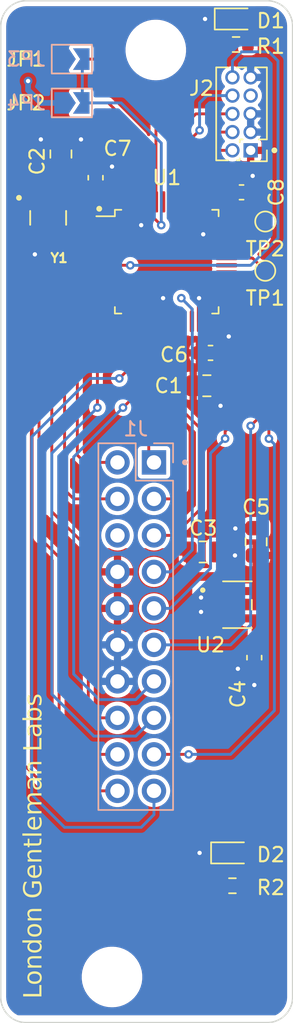
<source format=kicad_pcb>
(kicad_pcb (version 20220914) (generator pcbnew)
  (layers (0 "F.Cu" signal) (31 "B.Cu" signal) (34 "B.Paste" user) (35 "F.Paste" user) (36 "B.SilkS" user "B.Silkscreen") (37 "F.SilkS" user "F.Silkscreen") (38 "B.Mask" user) (39 "F.Mask" user) (44 "Edge.Cuts" user))
  (net 0 "")
  (net 1 "GND")
  (net 2 "+5V")
  (net 3 "/HOUR_DOWN")
  (net 4 "/HOUR_UP")
  (net 5 "/MIN_UP")
  (net 6 "/MIN_DOWN")
  (net 7 "/NCV_EN_1")
  (net 9 "/SPI1_CS_1")
  (net 10 "/SPI1_CS_2")
  (net 11 "/SPI1_CS_3")
  (net 12 "/SPI1_MOSI")
  (net 13 "/SPI1_SCK")
  (net 14 "/NCV_EN_2")
  (net 15 "/SPI1_CS_4")
  (net 16 "/NCV_EN_3")
  (net 17 "/SPI1_MISO")
  (net 18 "/NCV_EN_4")
  (net 19 "Net-(U1-PA9)")
  (net 20 "/NRST")
  (net 21 "/SYS_JTMS-SWDIO")
  (net 22 "/SYS_JTCK-SWCLK")
  (net 23 "/SYS_JTDI")
  (net 24 "/SYS_JTDO-SWO")
  (net 25 "/SYS_JTRST")
  (net 26 "/RCC_OSC32_IN")
  (net 27 "/HW_REV_1")
  (net 28 "/HW_REV_2")
  (net 29 "Net-(U1-PA10)")
  (net 39 "Net-(D1-A)")
  (net 41 "/BOOT0")
  (net 43 "+3V3")
  (net 44 "Net-(U2-BYPASS)")
  (net 45 "Net-(D2-A)")
  (net 46 "/LED_GREEN")
  (footprint "TestPoint:TestPoint_Pad_D1.0mm" (layer "F.Cu") (at 152.146 62.611)
    (fp_text reference "TP1" (at 0 1.905) (layer "F.SilkS"))
    (fp_text value "TestPoint" hide)
    (fp_circle (center 0 0) (end 0 0.7) (stroke (width 0.12)) (fill none) (layer "F.SilkS"))
    (pad "1" smd circle (at 0 0) (size 1 1) (layers "F.Cu" "F.Mask") (net 19 "Net-(U1-PA9)"))
  )
  (footprint "mio:ECS-327TXO-33-TR" (layer "F.Cu") (at 137.033 58.928 -90)
    (fp_text reference "Y1" (at 2.794 -0.762) (layer "F.SilkS") (effects (font (size 0.64 0.64))))
    (fp_text value "ECS-327TXO-33-TR" hide)
    (fp_line (start -0.48 -1.25) (end 0.48 -1.25) (stroke (width 0.127)) (layer "F.SilkS"))
    (fp_line (start 0.48 1.25) (end -0.48 1.25) (stroke (width 0.127)) (layer "F.SilkS"))
    (fp_circle (center -1.397 2.032) (end -1.297 2.032) (stroke (width 0.2)) (fill none) (layer "F.SilkS"))
    (pad "1" smd rect (at -1.3 0.925) (size 1.05 1) (layers "F.Cu" "F.Paste" "F.Mask") (net 43 "+3V3"))
    (pad "2" smd rect (at 1.3 0.925) (size 1.05 1) (layers "F.Cu" "F.Paste" "F.Mask") (net 1 "GND"))
    (pad "3" smd rect (at 1.3 -0.925) (size 1.05 1) (layers "F.Cu" "F.Paste" "F.Mask") (net 26 "/RCC_OSC32_IN"))
    (pad "4" smd rect (at -1.3 -0.925) (size 1.05 1) (layers "F.Cu" "F.Paste" "F.Mask") (net 43 "+3V3"))
  )
  (footprint "LED_SMD:LED_0603_1608Metric" (layer "F.Cu") (at 149.86 103.124)
    (fp_text reference "D2" (at 2.667 0.127) (layer "F.SilkS"))
    (fp_text value "LED" hide)
    (fp_line (start -1.485 -0.735) (end -1.485 0.735) (stroke (width 0.12)) (layer "F.SilkS"))
    (fp_line (start -1.485 0.735) (end 0.8 0.735) (stroke (width 0.12)) (layer "F.SilkS"))
    (fp_line (start 0.8 -0.735) (end -1.485 -0.735) (stroke (width 0.12)) (layer "F.SilkS"))
    (pad "1" smd roundrect (at -0.7875 0) (size 0.875 0.95) (layers "F.Cu" "F.Paste" "F.Mask") (net 1 "GND"))
    (pad "2" smd roundrect (at 0.7875 0) (size 0.875 0.95) (layers "F.Cu" "F.Paste" "F.Mask") (net 45 "Net-(D2-A)"))
  )
  (footprint "Capacitor_SMD:C_0805_2012Metric" (layer "F.Cu") (at 151.511 81.473 -90)
    (fp_text reference "C5" (at -2.413 0 -180) (layer "F.SilkS"))
    (fp_text value "10uF" hide)
    (fp_line (start -0.261252 -0.735) (end 0.261252 -0.735) (stroke (width 0.12)) (layer "F.SilkS"))
    (fp_line (start -0.261252 0.735) (end 0.261252 0.735) (stroke (width 0.12)) (layer "F.SilkS"))
    (pad "1" smd roundrect (at -0.95 0 270) (size 1 1.45) (layers "F.Cu" "F.Paste" "F.Mask") (net 1 "GND"))
    (pad "2" smd roundrect (at 0.95 0 270) (size 1 1.45) (layers "F.Cu" "F.Paste" "F.Mask") (net 43 "+3V3"))
  )
  (footprint "Capacitor_SMD:C_0805_2012Metric" (layer "F.Cu") (at 137.922 54.483 -90)
    (fp_text reference "C2" (at 0.508 1.651 -270) (layer "F.SilkS"))
    (fp_text value "1uF" hide)
    (fp_line (start -0.261252 -0.735) (end 0.261252 -0.735) (stroke (width 0.12)) (layer "F.SilkS"))
    (fp_line (start -0.261252 0.735) (end 0.261252 0.735) (stroke (width 0.12)) (layer "F.SilkS"))
    (pad "1" smd roundrect (at -0.95 0 270) (size 1 1.45) (layers "F.Cu" "F.Paste" "F.Mask") (net 1 "GND"))
    (pad "2" smd roundrect (at 0.95 0 270) (size 1 1.45) (layers "F.Cu" "F.Paste" "F.Mask") (net 43 "+3V3"))
  )
  (footprint "TestPoint:TestPoint_Pad_D1.0mm" (layer "F.Cu") (at 152.146 59.182)
    (fp_text reference "TP2" (at 0 1.905) (layer "F.SilkS"))
    (fp_text value "TestPoint" hide)
    (fp_circle (center 0 0) (end 0 0.7) (stroke (width 0.12)) (fill none) (layer "F.SilkS"))
    (pad "1" smd circle (at 0 0) (size 1 1) (layers "F.Cu" "F.Mask") (net 29 "Net-(U1-PA10)"))
  )
  (footprint "mio:SOT23-5L_STM" (layer "F.Cu") (at 150.2077 85.852 180)
    (fp_text reference "U2" (at 1.8717 -2.794 180) (layer "F.SilkS"))
    (fp_text value "LD2985BM33R" hide)
    (fp_line (start -1.0033 -0.337861) (end -1.0033 0.337861) (stroke (width 0.12)) (layer "F.SilkS"))
    (fp_line (start -1.0033 1.6256) (end 1.0033 1.6256) (stroke (width 0.12)) (layer "F.SilkS"))
    (fp_line (start 1.0033 -1.6256) (end -1.0033 -1.6256) (stroke (width 0.12)) (layer "F.SilkS"))
    (fp_circle (center 2.413 1.016) (end 2.54 1.016) (stroke (width 0.12)) (fill solid) (layer "F.SilkS"))
    (pad "1" smd rect (at 1.1938 0.950001) (size 1.3208 0.5588) (layers "F.Cu" "F.Paste" "F.Mask") (net 2 "+5V"))
    (pad "2" smd rect (at 1.1938 0) (size 1.3208 0.5588) (layers "F.Cu" "F.Paste" "F.Mask") (net 1 "GND"))
    (pad "3" smd rect (at 1.1938 -0.950001) (size 1.3208 0.5588) (layers "F.Cu" "F.Paste" "F.Mask") (net 2 "+5V"))
    (pad "4" smd rect (at -1.1938 -0.950001) (size 1.3208 0.5588) (layers "F.Cu" "F.Paste" "F.Mask") (net 44 "Net-(U2-BYPASS)"))
    (pad "5" smd rect (at -1.1938 0.950001) (size 1.3208 0.5588) (layers "F.Cu" "F.Paste" "F.Mask") (net 43 "+3V3"))
  )
  (footprint "Package_QFP:LQFP-48_7x7mm_P0.5mm" (layer "F.Cu") (at 145.288 61.976)
    (fp_text reference "U1" (at 0 -5.85) (layer "F.SilkS"))
    (fp_text value "STM32G431CBTx" hide)
    (fp_line (start -3.61 -3.61) (end -3.61 -3.16) (stroke (width 0.12)) (layer "F.SilkS"))
    (fp_line (start -3.61 -3.16) (end -4.9 -3.16) (stroke (width 0.12)) (layer "F.SilkS"))
    (fp_line (start -3.61 3.61) (end -3.61 3.16) (stroke (width 0.12)) (layer "F.SilkS"))
    (fp_line (start -3.16 -3.61) (end -3.61 -3.61) (stroke (width 0.12)) (layer "F.SilkS"))
    (fp_line (start -3.16 3.61) (end -3.61 3.61) (stroke (width 0.12)) (layer "F.SilkS"))
    (fp_line (start 3.16 -3.61) (end 3.61 -3.61) (stroke (width 0.12)) (layer "F.SilkS"))
    (fp_line (start 3.16 3.61) (end 3.61 3.61) (stroke (width 0.12)) (layer "F.SilkS"))
    (fp_line (start 3.61 -3.61) (end 3.61 -3.16) (stroke (width 0.12)) (layer "F.SilkS"))
    (fp_line (start 3.61 3.61) (end 3.61 3.16) (stroke (width 0.12)) (layer "F.SilkS"))
    (pad "1" smd roundrect (at -4.1625 -2.75) (size 1.475 0.3) (layers "F.Cu" "F.Paste" "F.Mask") (net 43 "+3V3"))
    (pad "2" smd roundrect (at -4.1625 -2.25) (size 1.475 0.3) (layers "F.Cu" "F.Paste" "F.Mask"))
    (pad "3" smd roundrect (at -4.1625 -1.75) (size 1.475 0.3) (layers "F.Cu" "F.Paste" "F.Mask") (net 26 "/RCC_OSC32_IN"))
    (pad "4" smd roundrect (at -4.1625 -1.25) (size 1.475 0.3) (layers "F.Cu" "F.Paste" "F.Mask"))
    (pad "5" smd roundrect (at -4.1625 -0.75) (size 1.475 0.3) (layers "F.Cu" "F.Paste" "F.Mask"))
    (pad "6" smd roundrect (at -4.1625 -0.25) (size 1.475 0.3) (layers "F.Cu" "F.Paste" "F.Mask"))
    (pad "7" smd roundrect (at -4.1625 0.25) (size 1.475 0.3) (layers "F.Cu" "F.Paste" "F.Mask") (net 20 "/NRST"))
    (pad "8" smd roundrect (at -4.1625 0.75) (size 1.475 0.3) (layers "F.Cu" "F.Paste" "F.Mask") (net 18 "/NCV_EN_4"))
    (pad "9" smd roundrect (at -4.1625 1.25) (size 1.475 0.3) (layers "F.Cu" "F.Paste" "F.Mask") (net 16 "/NCV_EN_3"))
    (pad "10" smd roundrect (at -4.1625 1.75) (size 1.475 0.3) (layers "F.Cu" "F.Paste" "F.Mask") (net 14 "/NCV_EN_2"))
    (pad "11" smd roundrect (at -4.1625 2.25) (size 1.475 0.3) (layers "F.Cu" "F.Paste" "F.Mask") (net 5 "/MIN_UP"))
    (pad "12" smd roundrect (at -4.1625 2.75) (size 1.475 0.3) (layers "F.Cu" "F.Paste" "F.Mask") (net 3 "/HOUR_DOWN"))
    (pad "13" smd roundrect (at -2.75 4.1625) (size 0.3 1.475) (layers "F.Cu" "F.Paste" "F.Mask") (net 13 "/SPI1_SCK"))
    (pad "14" smd roundrect (at -2.25 4.1625) (size 0.3 1.475) (layers "F.Cu" "F.Paste" "F.Mask") (net 17 "/SPI1_MISO"))
    (pad "15" smd roundrect (at -1.75 4.1625) (size 0.3 1.475) (layers "F.Cu" "F.Paste" "F.Mask") (net 12 "/SPI1_MOSI"))
    (pad "16" smd roundrect (at -1.25 4.1625) (size 0.3 1.475) (layers "F.Cu" "F.Paste" "F.Mask") (net 4 "/HOUR_UP"))
    (pad "17" smd roundrect (at -0.75 4.1625) (size 0.3 1.475) (layers "F.Cu" "F.Paste" "F.Mask") (net 6 "/MIN_DOWN"))
    (pad "18" smd roundrect (at -0.25 4.1625) (size 0.3 1.475) (layers "F.Cu" "F.Paste" "F.Mask") (net 7 "/NCV_EN_1"))
    (pad "19" smd roundrect (at 0.25 4.1625) (size 0.3 1.475) (layers "F.Cu" "F.Paste" "F.Mask") (net 1 "GND"))
    (pad "20" smd roundrect (at 0.75 4.1625) (size 0.3 1.475) (layers "F.Cu" "F.Paste" "F.Mask") (net 43 "+3V3"))
    (pad "21" smd roundrect (at 1.25 4.1625) (size 0.3 1.475) (layers "F.Cu" "F.Paste" "F.Mask") (net 43 "+3V3"))
    (pad "22" smd roundrect (at 1.75 4.1625) (size 0.3 1.475) (layers "F.Cu" "F.Paste" "F.Mask") (net 9 "/SPI1_CS_1"))
    (pad "23" smd roundrect (at 2.25 4.1625) (size 0.3 1.475) (layers "F.Cu" "F.Paste" "F.Mask") (net 1 "GND"))
    (pad "24" smd roundrect (at 2.75 4.1625) (size 0.3 1.475) (layers "F.Cu" "F.Paste" "F.Mask") (net 43 "+3V3"))
    (pad "25" smd roundrect (at 4.1625 2.75) (size 1.475 0.3) (layers "F.Cu" "F.Paste" "F.Mask") (net 10 "/SPI1_CS_2"))
    (pad "26" smd roundrect (at 4.1625 2.25) (size 1.475 0.3) (layers "F.Cu" "F.Paste" "F.Mask") (net 11 "/SPI1_CS_3"))
    (pad "27" smd roundrect (at 4.1625 1.75) (size 1.475 0.3) (layers "F.Cu" "F.Paste" "F.Mask") (net 15 "/SPI1_CS_4"))
    (pad "28" smd roundrect (at 4.1625 1.25) (size 1.475 0.3) (layers "F.Cu" "F.Paste" "F.Mask"))
    (pad "29" smd roundrect (at 4.1625 0.75) (size 1.475 0.3) (layers "F.Cu" "F.Paste" "F.Mask"))
    (pad "30" smd roundrect (at 4.1625 0.25) (size 1.475 0.3) (layers "F.Cu" "F.Paste" "F.Mask"))
    (pad "31" smd roundrect (at 4.1625 -0.25) (size 1.475 0.3) (layers "F.Cu" "F.Paste" "F.Mask") (net 19 "Net-(U1-PA9)"))
    (pad "32" smd roundrect (at 4.1625 -0.75) (size 1.475 0.3) (layers "F.Cu" "F.Paste" "F.Mask") (net 29 "Net-(U1-PA10)"))
    (pad "33" smd roundrect (at 4.1625 -1.25) (size 1.475 0.3) (layers "F.Cu" "F.Paste" "F.Mask"))
    (pad "34" smd roundrect (at 4.1625 -1.75) (size 1.475 0.3) (layers "F.Cu" "F.Paste" "F.Mask"))
    (pad "35" smd roundrect (at 4.1625 -2.25) (size 1.475 0.3) (layers "F.Cu" "F.Paste" "F.Mask") (net 1 "GND"))
    (pad "36" smd roundrect (at 4.1625 -2.75) (size 1.475 0.3) (layers "F.Cu" "F.Paste" "F.Mask") (net 43 "+3V3"))
    (pad "37" smd roundrect (at 2.75 -4.1625) (size 0.3 1.475) (layers "F.Cu" "F.Paste" "F.Mask") (net 21 "/SYS_JTMS-SWDIO"))
    (pad "38" smd roundrect (at 2.25 -4.1625) (size 0.3 1.475) (layers "F.Cu" "F.Paste" "F.Mask") (net 22 "/SYS_JTCK-SWCLK"))
    (pad "39" smd roundrect (at 1.75 -4.1625) (size 0.3 1.475) (layers "F.Cu" "F.Paste" "F.Mask") (net 23 "/SYS_JTDI"))
    (pad "40" smd roundrect (at 1.25 -4.1625) (size 0.3 1.475) (layers "F.Cu" "F.Paste" "F.Mask") (net 24 "/SYS_JTDO-SWO"))
    (pad "41" smd roundrect (at 0.75 -4.1625) (size 0.3 1.475) (layers "F.Cu" "F.Paste" "F.Mask") (net 25 "/SYS_JTRST"))
    (pad "42" smd roundrect (at 0.25 -4.1625) (size 0.3 1.475) (layers "F.Cu" "F.Paste" "F.Mask") (net 46 "/LED_GREEN"))
    (pad "43" smd roundrect (at -0.25 -4.1625) (size 0.3 1.475) (layers "F.Cu" "F.Paste" "F.Mask"))
    (pad "44" smd roundrect (at -0.75 -4.1625) (size 0.3 1.475) (layers "F.Cu" "F.Paste" "F.Mask") (net 27 "/HW_REV_1"))
    (pad "45" smd roundrect (at -1.25 -4.1625) (size 0.3 1.475) (layers "F.Cu" "F.Paste" "F.Mask") (net 41 "/BOOT0"))
    (pad "46" smd roundrect (at -1.75 -4.1625) (size 0.3 1.475) (layers "F.Cu" "F.Paste" "F.Mask") (net 28 "/HW_REV_2"))
    (pad "47" smd roundrect (at -2.25 -4.1625) (size 0.3 1.475) (layers "F.Cu" "F.Paste" "F.Mask") (net 1 "GND"))
    (pad "48" smd roundrect (at -2.75 -4.1625) (size 0.3 1.475) (layers "F.Cu" "F.Paste" "F.Mask") (net 43 "+3V3"))
  )
  (footprint "LED_SMD:LED_0603_1608Metric" (layer "F.Cu") (at 150.114 45.085)
    (fp_text reference "D1" (at 2.413 0.127) (layer "F.SilkS"))
    (fp_text value "LED" hide)
    (fp_line (start -1.485 -0.735) (end -1.485 0.735) (stroke (width 0.12)) (layer "F.SilkS"))
    (fp_line (start -1.485 0.735) (end 0.8 0.735) (stroke (width 0.12)) (layer "F.SilkS"))
    (fp_line (start 0.8 -0.735) (end -1.485 -0.735) (stroke (width 0.12)) (layer "F.SilkS"))
    (pad "1" smd roundrect (at -0.7875 0) (size 0.875 0.95) (layers "F.Cu" "F.Paste" "F.Mask") (net 1 "GND"))
    (pad "2" smd roundrect (at 0.7875 0) (size 0.875 0.95) (layers "F.Cu" "F.Paste" "F.Mask") (net 39 "Net-(D1-A)"))
  )
  (footprint "Capacitor_SMD:C_0603_1608Metric" (layer "F.Cu") (at 150.495 57.15)
    (fp_text reference "C8" (at 2.413 0 90) (layer "F.SilkS"))
    (fp_text value "100nF" hide)
    (fp_line (start -0.14058 -0.51) (end 0.14058 -0.51) (stroke (width 0.12)) (layer "F.SilkS"))
    (fp_line (start -0.14058 0.51) (end 0.14058 0.51) (stroke (width 0.12)) (layer "F.SilkS"))
    (pad "1" smd roundrect (at -0.775 0) (size 0.9 0.95) (layers "F.Cu" "F.Paste" "F.Mask") (net 43 "+3V3"))
    (pad "2" smd roundrect (at 0.775 0) (size 0.9 0.95) (layers "F.Cu" "F.Paste" "F.Mask") (net 1 "GND"))
  )
  (footprint "mio:MountingHole_3.2mm_M3" (layer "F.Cu") (at 141.478 111.76)
    (fp_text reference "H2" hide)
    (fp_text value "MountingHole" hide)
    (pad "" np_thru_hole circle (at 0 0) (size 3.2 3.2) (drill 3.2) (layers *.Cu *.Mask))
  )
  (footprint "Resistor_SMD:R_0603_1608Metric" (layer "F.Cu") (at 150.114 46.863)
    (fp_text reference "R1" (at 2.413 0.127) (layer "F.SilkS"))
    (fp_text value "200" hide)
    (fp_line (start -0.237258 -0.5225) (end 0.237258 -0.5225) (stroke (width 0.12)) (layer "F.SilkS"))
    (fp_line (start -0.237258 0.5225) (end 0.237258 0.5225) (stroke (width 0.12)) (layer "F.SilkS"))
    (pad "1" smd roundrect (at -0.825 0) (size 0.8 0.95) (layers "F.Cu" "F.Paste" "F.Mask") (net 46 "/LED_GREEN"))
    (pad "2" smd roundrect (at 0.825 0) (size 0.8 0.95) (layers "F.Cu" "F.Paste" "F.Mask") (net 39 "Net-(D1-A)"))
  )
  (footprint "Jumper:SolderJumper-2_P1.3mm_Open_TrianglePad1.0x1.5mm" (layer "F.Cu") (at 138.684 47.879)
    (fp_text reference "JP1" (at -3.2004 0) (layer "F.SilkS"))
    (fp_text value "SolderJumper_2_Open" hide)
    (fp_line (start -1.4 -1) (end 1.4 -1) (stroke (width 0.12)) (layer "F.SilkS"))
    (fp_line (start -1.4 1) (end -1.4 -1) (stroke (width 0.12)) (layer "F.SilkS"))
    (fp_line (start 1.4 -1) (end 1.4 1) (stroke (width 0.12)) (layer "F.SilkS"))
    (fp_line (start 1.4 1) (end -1.4 1) (stroke (width 0.12)) (layer "F.SilkS"))
    (pad "1" smd custom (at -0.725 0) (size 0.3 0.3) (layers "F.Cu" "F.Mask") (net 43 "+3V3") (options (clearance outline) (anchor rect)) (primitives (gr_poly (pts (xy 1 0) (xy 0.5 0.75) (xy -0.5 0.75) (xy -0.5 -0.75) (xy 0.5 -0.75)) (width 0) (fill yes))))
    (pad "2" smd custom (at 0.725 0) (size 0.3 0.3) (layers "F.Cu" "F.Mask") (net 27 "/HW_REV_1") (options (clearance outline) (anchor rect)) (primitives (gr_poly (pts (xy 0.5 0.75) (xy -0.65 0.75) (xy -0.15 0) (xy -0.65 -0.75) (xy 0.5 -0.75)) (width 0) (fill yes))))
  )
  (footprint "Jumper:SolderJumper-2_P1.3mm_Open_TrianglePad1.0x1.5mm" (layer "F.Cu") (at 138.684 50.927)
    (fp_text reference "JP2" (at -3.2004 0) (layer "F.SilkS"))
    (fp_text value "SolderJumper_2_Open" hide)
    (fp_line (start -1.4 -1) (end 1.4 -1) (stroke (width 0.12)) (layer "F.SilkS"))
    (fp_line (start -1.4 1) (end -1.4 -1) (stroke (width 0.12)) (layer "F.SilkS"))
    (fp_line (start 1.4 -1) (end 1.4 1) (stroke (width 0.12)) (layer "F.SilkS"))
    (fp_line (start 1.4 1) (end -1.4 1) (stroke (width 0.12)) (layer "F.SilkS"))
    (pad "1" smd custom (at -0.725 0) (size 0.3 0.3) (layers "F.Cu" "F.Mask") (net 43 "+3V3") (options (clearance outline) (anchor rect)) (primitives (gr_poly (pts (xy 1 0) (xy 0.5 0.75) (xy -0.5 0.75) (xy -0.5 -0.75) (xy 0.5 -0.75)) (width 0) (fill yes))))
    (pad "2" smd custom (at 0.725 0) (size 0.3 0.3) (layers "F.Cu" "F.Mask") (net 28 "/HW_REV_2") (options (clearance outline) (anchor rect)) (primitives (gr_poly (pts (xy 0.5 0.75) (xy -0.65 0.75) (xy -0.15 0) (xy -0.65 -0.75) (xy 0.5 -0.75)) (width 0) (fill yes))))
  )
  (footprint "Capacitor_SMD:C_0603_1608Metric" (layer "F.Cu") (at 148.336 68.326)
    (fp_text reference "C6" (at -2.54 0.127 180) (layer "F.SilkS"))
    (fp_text value "100nF" hide)
    (fp_line (start -0.14058 -0.51) (end 0.14058 -0.51) (stroke (width 0.12)) (layer "F.SilkS"))
    (fp_line (start -0.14058 0.51) (end 0.14058 0.51) (stroke (width 0.12)) (layer "F.SilkS"))
    (pad "1" smd roundrect (at -0.775 0) (size 0.9 0.95) (layers "F.Cu" "F.Paste" "F.Mask") (net 43 "+3V3"))
    (pad "2" smd roundrect (at 0.775 0) (size 0.9 0.95) (layers "F.Cu" "F.Paste" "F.Mask") (net 1 "GND"))
  )
  (footprint "Capacitor_SMD:C_0805_2012Metric" (layer "F.Cu") (at 148.082 70.612)
    (fp_text reference "C1" (at -2.667 0) (layer "F.SilkS"))
    (fp_text value "10uF" hide)
    (fp_line (start -0.261252 -0.735) (end 0.261252 -0.735) (stroke (width 0.12)) (layer "F.SilkS"))
    (fp_line (start -0.261252 0.735) (end 0.261252 0.735) (stroke (width 0.12)) (layer "F.SilkS"))
    (pad "1" smd roundrect (at -0.95 0) (size 1 1.45) (layers "F.Cu" "F.Paste" "F.Mask") (net 43 "+3V3"))
    (pad "2" smd roundrect (at 0.95 0) (size 1 1.45) (layers "F.Cu" "F.Paste" "F.Mask") (net 1 "GND"))
  )
  (footprint "Resistor_SMD:R_0603_1608Metric" (layer "F.Cu") (at 149.86 105.41)
    (fp_text reference "R2" (at 2.667 0.127) (layer "F.SilkS"))
    (fp_text value "200" hide)
    (fp_line (start -0.237258 -0.5225) (end 0.237258 -0.5225) (stroke (width 0.12)) (layer "F.SilkS"))
    (fp_line (start -0.237258 0.5225) (end 0.237258 0.5225) (stroke (width 0.12)) (layer "F.SilkS"))
    (pad "1" smd roundrect (at -0.825 0) (size 0.8 0.95) (layers "F.Cu" "F.Paste" "F.Mask") (net 43 "+3V3"))
    (pad "2" smd roundrect (at 0.825 0) (size 0.8 0.95) (layers "F.Cu" "F.Paste" "F.Mask") (net 45 "Net-(D2-A)"))
  )
  (footprint "Capacitor_SMD:C_0603_1608Metric" (layer "F.Cu") (at 151.384 89.535 -90)
    (fp_text reference "C4" (at 2.54 1.143 90) (layer "F.SilkS"))
    (fp_text value "100nF" hide)
    (fp_line (start -0.14058 -0.51) (end 0.14058 -0.51) (stroke (width 0.12)) (layer "F.SilkS"))
    (fp_line (start -0.14058 0.51) (end 0.14058 0.51) (stroke (width 0.12)) (layer "F.SilkS"))
    (pad "1" smd roundrect (at -0.775 0 270) (size 0.9 0.95) (layers "F.Cu" "F.Paste" "F.Mask") (net 44 "Net-(U2-BYPASS)"))
    (pad "2" smd roundrect (at 0.775 0 270) (size 0.9 0.95) (layers "F.Cu" "F.Paste" "F.Mask") (net 1 "GND"))
  )
  (footprint "Connector_PinHeader_1.27mm:PinHeader_2x05_P1.27mm_Vertical" (layer "F.Cu") (at 151.13 54.229 180)
    (fp_text reference "J2" (at 3.429 4.318) (layer "F.SilkS"))
    (fp_text value "Conn_02x05_Odd_Even" hide)
    (fp_line (start -1.13 -0.76) (end 0 -0.76) (stroke (width 0.12)) (layer "F.SilkS"))
    (fp_line (start -1.13 0) (end -1.13 -0.76) (stroke (width 0.12)) (layer "F.SilkS"))
    (fp_line (start -1.13 0.76) (end -1.13 5.775) (stroke (width 0.12)) (layer "F.SilkS"))
    (fp_line (start -1.13 0.76) (end -0.563471 0.76) (stroke (width 0.12)) (layer "F.SilkS"))
    (fp_line (start -1.13 5.775) (end -0.30753 5.775) (stroke (width 0.12)) (layer "F.SilkS"))
    (fp_line (start 0.30753 5.775) (end 0.96247 5.775) (stroke (width 0.12)) (layer "F.SilkS"))
    (fp_line (start 0.563471 0.76) (end 0.706529 0.76) (stroke (width 0.12)) (layer "F.SilkS"))
    (fp_line (start 0.76 -0.695) (end 0.96247 -0.695) (stroke (width 0.12)) (layer "F.SilkS"))
    (fp_line (start 0.76 -0.563471) (end 0.76 -0.695) (stroke (width 0.12)) (layer "F.SilkS"))
    (fp_line (start 0.76 0.706529) (end 0.76 0.563471) (stroke (width 0.12)) (layer "F.SilkS"))
    (fp_line (start 1.57753 -0.695) (end 2.4 -0.695) (stroke (width 0.12)) (layer "F.SilkS"))
    (fp_line (start 1.57753 5.775) (end 2.4 5.775) (stroke (width 0.12)) (layer "F.SilkS"))
    (fp_line (start 2.4 -0.695) (end 2.4 5.775) (stroke (width 0.12)) (layer "F.SilkS"))
    (pad "1" thru_hole rect (at 0 0 180) (size 1 1) (drill 0.65) (layers *.Cu *.Mask) (net 43 "+3V3"))
    (pad "2" thru_hole oval (at 1.27 0 180) (size 1 1) (drill 0.65) (layers *.Cu *.Mask) (net 21 "/SYS_JTMS-SWDIO"))
    (pad "3" thru_hole oval (at 0 1.27 180) (size 1 1) (drill 0.65) (layers *.Cu *.Mask) (net 1 "GND"))
    (pad "4" thru_hole oval (at 1.27 1.27 180) (size 1 1) (drill 0.65) (layers *.Cu *.Mask) (net 22 "/SYS_JTCK-SWCLK"))
    (pad "5" thru_hole oval (at 0 2.54 180) (size 1 1) (drill 0.65) (layers *.Cu *.Mask) (net 1 "GND"))
    (pad "6" thru_hole oval (at 1.27 2.54 180) (size 1 1) (drill 0.65) (layers *.Cu *.Mask) (net 24 "/SYS_JTDO-SWO"))
    (pad "7" thru_hole oval (at 0 3.81 180) (size 1 1) (drill 0.65) (layers *.Cu *.Mask))
    (pad "8" thru_hole oval (at 1.27 3.81 180) (size 1 1) (drill 0.65) (layers *.Cu *.Mask) (net 23 "/SYS_JTDI"))
    (pad "9" thru_hole oval (at 0 5.08 180) (size 1 1) (drill 0.65) (layers *.Cu *.Mask) (net 1 "GND"))
    (pad "10" thru_hole oval (at 1.27 5.08 180) (size 1 1) (drill 0.65) (layers *.Cu *.Mask) (net 20 "/NRST"))
  )
  (footprint "mio:MountingHole_3.2mm_M3" (layer "F.Cu") (at 144.526 47.244)
    (fp_text reference "H1" hide)
    (fp_text value "MountingHole" hide)
    (pad "" np_thru_hole circle (at 0 0) (size 3.2 3.2) (drill 3.2) (layers *.Cu *.Mask))
  )
  (footprint "Capacitor_SMD:C_0805_2012Metric" (layer "F.Cu") (at 147.828 82.1792)
    (fp_text reference "C3" (at 0 -1.651) (layer "F.SilkS"))
    (fp_text value "1uF" hide)
    (fp_line (start -0.261252 -0.735) (end 0.261252 -0.735) (stroke (width 0.12)) (layer "F.SilkS"))
    (fp_line (start -0.261252 0.735) (end 0.261252 0.735) (stroke (width 0.12)) (layer "F.SilkS"))
    (pad "1" smd roundrect (at -0.95 0) (size 1 1.45) (layers "F.Cu" "F.Paste" "F.Mask") (net 2 "+5V"))
    (pad "2" smd roundrect (at 0.95 0) (size 1 1.45) (layers "F.Cu" "F.Paste" "F.Mask") (net 1 "GND"))
  )
  (footprint "Capacitor_SMD:C_0603_1608Metric" (layer "F.Cu") (at 140.335 56.134 -90)
    (fp_text reference "C7" (at -2.032 -1.524 -180) (layer "F.SilkS"))
    (fp_text value "100nF" hide)
    (fp_line (start -0.14058 -0.51) (end 0.14058 -0.51) (stroke (width 0.12)) (layer "F.SilkS"))
    (fp_line (start -0.14058 0.51) (end 0.14058 0.51) (stroke (width 0.12)) (layer "F.SilkS"))
    (pad "1" smd roundrect (at -0.775 0 270) (size 0.9 0.95) (layers "F.Cu" "F.Paste" "F.Mask") (net 1 "GND"))
    (pad "2" smd roundrect (at 0.775 0 270) (size 0.9 0.95) (layers "F.Cu" "F.Paste" "F.Mask") (net 43 "+3V3"))
  )
  (footprint "Connector_PinHeader_2.54mm:PinHeader_2x10_P2.54mm_Vertical" (layer "B.Cu") (at 144.399 75.946 180)
    (fp_text reference "J1" (at 1.27 2.33) (layer "B.SilkS") (effects (justify mirror)))
    (fp_text value "Conn_02x08_Odd_Even" hide)
    (fp_line (start -1.33 -24.19) (end 3.87 -24.19) (stroke (width 0.12)) (layer "B.SilkS"))
    (fp_line (start -1.33 -1.27) (end -1.33 -24.19) (stroke (width 0.12)) (layer "B.SilkS"))
    (fp_line (start -1.33 -1.27) (end 1.27 -1.27) (stroke (width 0.12)) (layer "B.SilkS"))
    (fp_line (start -1.33 0) (end -1.33 1.33) (stroke (width 0.12)) (layer "B.SilkS"))
    (fp_line (start -1.33 1.33) (end 0 1.33) (stroke (width 0.12)) (layer "B.SilkS"))
    (fp_line (start 1.27 -1.27) (end 1.27 1.33) (stroke (width 0.12)) (layer "B.SilkS"))
    (fp_line (start 1.27 1.33) (end 3.87 1.33) (stroke (width 0.12)) (layer "B.SilkS"))
    (fp_line (start 3.87 1.33) (end 3.87 -24.19) (stroke (width 0.12)) (layer "B.SilkS"))
    (pad "1" thru_hole rect (at 0 0 180) (size 1.7 1.7) (drill 1) (layers *.Cu *.Mask) (net 4 "/HOUR_UP"))
    (pad "2" thru_hole oval (at 2.54 0 180) (size 1.7 1.7) (drill 1) (layers *.Cu *.Mask) (net 3 "/HOUR_DOWN"))
    (pad "3" thru_hole oval (at 0 -2.54 180) (size 1.7 1.7) (drill 1) (layers *.Cu *.Mask) (net 6 "/MIN_DOWN"))
    (pad "4" thru_hole oval (at 2.54 -2.54 180) (size 1.7 1.7) (drill 1) (layers *.Cu *.Mask) (net 5 "/MIN_UP"))
    (pad "5" thru_hole oval (at 0 -5.08 180) (size 1.7 1.7) (drill 1) (layers *.Cu *.Mask) (net 7 "/NCV_EN_1"))
    (pad "6" thru_hole oval (at 2.54 -5.08 180) (size 1.7 1.7) (drill 1) (layers *.Cu *.Mask))
    (pad "7" thru_hole oval (at 0 -7.62 180) (size 1.7 1.7) (drill 1) (layers *.Cu *.Mask) (net 9 "/SPI1_CS_1"))
    (pad "8" thru_hole oval (at 2.54 -7.62 180) (size 1.7 1.7) (drill 1) (layers *.Cu *.Mask) (net 2 "+5V"))
    (pad "9" thru_hole oval (at 0 -10.16 180) (size 1.7 1.7) (drill 1) (layers *.Cu *.Mask) (net 10 "/SPI1_CS_2"))
    (pad "10" thru_hole oval (at 2.54 -10.16 180) (size 1.7 1.7) (drill 1) (layers *.Cu *.Mask) (net 2 "+5V"))
    (pad "11" thru_hole oval (at 0 -12.7 180) (size 1.7 1.7) (drill 1) (layers *.Cu *.Mask) (net 11 "/SPI1_CS_3"))
    (pad "12" thru_hole oval (at 2.54 -12.7 180) (size 1.7 1.7) (drill 1) (layers *.Cu *.Mask) (net 1 "GND"))
    (pad "13" thru_hole oval (at 0 -15.24 180) (size 1.7 1.7) (drill 1) (layers *.Cu *.Mask) (net 12 "/SPI1_MOSI"))
    (pad "14" thru_hole oval (at 2.54 -15.24 180) (size 1.7 1.7) (drill 1) (layers *.Cu *.Mask) (net 1 "GND"))
    (pad "15" thru_hole oval (at 0 -17.78 180) (size 1.7 1.7) (drill 1) (layers *.Cu *.Mask) (net 13 "/SPI1_SCK"))
    (pad "16" thru_hole oval (at 2.54 -17.78 180) (size 1.7 1.7) (drill 1) (layers *.Cu *.Mask) (net 14 "/NCV_EN_2"))
    (pad "17" thru_hole oval (at 0 -20.32 180) (size 1.7 1.7) (drill 1) (layers *.Cu *.Mask) (net 15 "/SPI1_CS_4"))
    (pad "18" thru_hole oval (at 2.54 -20.32 180) (size 1.7 1.7) (drill 1) (layers *.Cu *.Mask) (net 16 "/NCV_EN_3"))
    (pad "19" thru_hole oval (at 0 -22.86 180) (size 1.7 1.7) (drill 1) (layers *.Cu *.Mask) (net 17 "/SPI1_MISO"))
    (pad "20" thru_hole oval (at 2.54 -22.86 180) (size 1.7 1.7) (drill 1) (layers *.Cu *.Mask) (net 18 "/NCV_EN_4"))
  )
  (footprint "Jumper:SolderJumper-2_P1.3mm_Open_TrianglePad1.0x1.5mm" (layer "B.Cu") (at 138.684 50.927)
    (fp_text reference "JP4" (at -3.175 0) (layer "B.SilkS") (effects (justify mirror)))
    (fp_text value "SolderJumper_2_Open" hide)
    (fp_line (start -1.4 -1) (end -1.4 1) (stroke (width 0.12)) (layer "B.SilkS"))
    (fp_line (start -1.4 1) (end 1.4 1) (stroke (width 0.12)) (layer "B.SilkS"))
    (fp_line (start 1.4 -1) (end -1.4 -1) (stroke (width 0.12)) (layer "B.SilkS"))
    (fp_line (start 1.4 1) (end 1.4 -1) (stroke (width 0.12)) (layer "B.SilkS"))
    (pad "1" smd custom (at -0.725 0) (size 0.3 0.3) (layers "B.Cu" "B.Mask") (net 43 "+3V3") (options (clearance outline) (anchor rect)) (primitives (gr_poly (pts (xy 1 0) (xy 0.5 -0.75) (xy -0.5 -0.75) (xy -0.5 0.75) (xy 0.5 0.75)) (width 0) (fill yes))))
    (pad "2" smd custom (at 0.725 0) (size 0.3 0.3) (layers "B.Cu" "B.Mask") (net 41 "/BOOT0") (options (clearance outline) (anchor rect)) (primitives (gr_poly (pts (xy 0.5 -0.75) (xy -0.65 -0.75) (xy -0.15 0) (xy -0.65 0.75) (xy 0.5 0.75)) (width 0) (fill yes))))
  )
  (footprint "Jumper:SolderJumper-2_P1.3mm_Open_TrianglePad1.0x1.5mm" (layer "B.Cu") (at 138.684 47.879)
    (fp_text reference "JP3" (at -3.175 0) (layer "B.SilkS") (effects (justify mirror)))
    (fp_text value "SolderJumper_2_Open" hide)
    (fp_line (start -1.4 -1) (end -1.4 1) (stroke (width 0.12)) (layer "B.SilkS"))
    (fp_line (start -1.4 1) (end 1.4 1) (stroke (width 0.12)) (layer "B.SilkS"))
    (fp_line (start 1.4 -1) (end -1.4 -1) (stroke (width 0.12)) (layer "B.SilkS"))
    (fp_line (start 1.4 1) (end 1.4 -1) (stroke (width 0.12)) (layer "B.SilkS"))
    (pad "1" smd custom (at -0.725 0) (size 0.3 0.3) (layers "B.Cu" "B.Mask") (net 1 "GND") (options (clearance outline) (anchor rect)) (primitives (gr_poly (pts (xy 1 0) (xy 0.5 -0.75) (xy -0.5 -0.75) (xy -0.5 0.75) (xy 0.5 0.75)) (width 0) (fill yes))))
    (pad "2" smd custom (at 0.725 0) (size 0.3 0.3) (layers "B.Cu" "B.Mask") (net 41 "/BOOT0") (options (clearance outline) (anchor rect)) (primitives (gr_poly (pts (xy 0.5 -0.75) (xy -0.65 -0.75) (xy -0.15 0) (xy -0.65 0.75) (xy 0.5 0.75)) (width 0) (fill yes))))
  )
  (gr_circle (center 146.558 75.946) (end 146.685 75.946) (stroke (width 0.15)) (fill solid) (layer "B.SilkS"))
  (gr_circle (center 152.781 54.229) (end 152.908 54.229) (stroke (width 0.15)) (fill solid) (layer "F.SilkS"))
  (gr_circle (center 140.589 58.293) (end 140.716 58.293) (stroke (width 0.15)) (fill solid) (layer "F.SilkS"))
  (gr_arc (start 135.509 114.935) (mid 134.251764 114.414236) (end 133.731 113.157) (stroke (width 0.1)) (layer "Edge.Cuts"))
  (gr_arc (start 133.731 45.593) (mid 134.251764 44.335764) (end 135.509 43.815) (stroke (width 0.1)) (layer "Edge.Cuts"))
  (gr_line (start 135.509 43.815) (end 152.273 43.815) (stroke (width 0.1)) (layer "Edge.Cuts"))
  (gr_line (start 154.051 113.157) (end 154.051 45.593) (stroke (width 0.1)) (layer "Edge.Cuts"))
  (gr_line (start 135.509 114.935) (end 152.273 114.935) (stroke (width 0.1)) (layer "Edge.Cuts"))
  (gr_arc (start 154.051 113.157) (mid 153.530236 114.414236) (end 152.273 114.935) (stroke (width 0.1)) (layer "Edge.Cuts"))
  (gr_line (start 133.731 45.593) (end 133.731 113.157) (stroke (width 0.1)) (layer "Edge.Cuts"))
  (gr_arc (start 152.273 43.815) (mid 153.530236 44.335764) (end 154.051 45.593) (stroke (width 0.1)) (layer "Edge.Cuts"))
  (gr_text "London Gentleman Labs" (at 136.779 113.284 90) (layer "F.SilkS") (effects (font (size 1.25 1.25)) (justify left bottom)))
  (segment (start 149.159 68.374) (end 149.111 68.326) (width 0.4) (layer "F.Cu") (net 1))
  (segment (start 147.6756 86.352) (end 148.1756 85.852) (width 0.4) (layer "F.Cu") (net 1))
  (segment (start 140.335 55.359) (end 140.335 53.975) (width 0.4) (layer "F.Cu") (net 1))
  (segment (start 147.538 64.516) (end 147.538 66.1385) (width 0.3) (layer "F.Cu") (net 1))
  (segment (start 147.6756 85.352) (end 148.1756 85.852) (width 0.4) (layer "F.Cu") (net 1))
  (segment (start 143.038 58.964) (end 143.51 59.436) (width 0.3) (layer "F.Cu") (net 1))
  (segment (start 140.335 55.359) (end 141.478 55.359) (width 0.4) (layer "F.Cu") (net 1))
  (segment (start 137.922 53.467) (end 139.253 53.467) (width 0.4) (layer "F.Cu") (net 1))
  (segment (start 136.525 53.467) (end 137.856 53.467) (width 0.4) (layer "F.Cu") (net 1))
  (segment (start 150.0836 80.523) (end 151.511 80.523) (width 0.6) (layer "F.Cu") (net 1))
  (segment (start 149.032 70.612) (end 149.032 72.009) (width 0.4) (layer "F.Cu") (net 1))
  (segment (start 149.159 70.612) (end 149.159 68.374) (width 0.4) (layer "F.Cu") (net 1))
  (segment (start 136.108 61.468) (end 136.108 60.228) (width 0.4) (layer "F.Cu") (net 1))
  (segment (start 151.27 56.007) (end 151.27 57.15) (width 0.4) (layer "F.Cu") (net 1))
  (segment (start 147.6756 85.352) (end 147.6756 86.352) (width 0.5) (layer "F.Cu") (net 1))
  (segment (start 150.0632 80.5434) (end 150.0378 80.5688) (width 0.6) (layer "F.Cu") (net 1))
  (segment (start 148.778 82.423) (end 150.0378 82.423) (width 0.6) (layer "F.Cu") (net 1))
  (segment (start 145.538 65.024) (end 145.538 66.1385) (width 0.3) (layer "F.Cu") (net 1))
  (segment (start 150.0632 80.5434) (end 150.0836 80.523) (width 0.6) (layer "F.Cu") (net 1))
  (segment (start 147.828 60.071) (end 148.173 59.726) (width 0.3) (layer "F.Cu") (net 1))
  (segment (start 149.3265 45.085) (end 147.955 45.085) (width 0.2) (layer "F.Cu") (net 1))
  (segment (start 145.034 64.516) (end 145.538 65.024) (width 0.3) (layer "F.Cu") (net 1))
  (segment (start 149.0725 103.124) (end 147.574 103.124) (width 0.2) (layer "F.Cu") (net 1))
  (segment (start 148.1756 85.852) (end 149.1488 85.852) (width 0.4) (layer "F.Cu") (net 1))
  (segment (start 149.111 67.678) (end 149.111 68.326) (width 0.4) (layer "F.Cu") (net 1))
  (segment (start 149.606 67.183) (end 149.111 67.678) (width 0.4) (layer "F.Cu") (net 1))
  (segment (start 151.384 90.31) (end 151.384 91.44) (width 0.4) (layer "F.Cu") (net 1))
  (segment (start 139.827 53.467) (end 139.319 53.467) (width 0.4) (layer "F.Cu") (net 1))
  (segment (start 140.335 53.975) (end 139.827 53.467) (width 0.4) (layer "F.Cu") (net 1))
  (segment (start 150.0378 80.5688) (end 150.0378 82.423) (width 0.6) (layer "F.Cu") (net 1))
  (segment (start 148.173 59.726) (end 149.4505 59.726) (width 0.3) (layer "F.Cu") (net 1))
  (segment (start 151.384 90.31) (end 150.241 90.31) (width 0.4) (layer "F.Cu") (net 1))
  (segment (start 143.038 57.8135) (end 143.038 58.964) (width 0.3) (layer "F.Cu") (net 1))
  (via (at 141.478 55.359) (size 0.6) (drill 0.3) (layers "F.Cu" "B.Cu") (net 1))
  (via (at 147.828 60.071) (size 0.6) (drill 0.3) (layers "F.Cu" "B.Cu") (net 1))
  (via (at 150.241 90.31) (size 0.6) (drill 0.3) (layers "F.Cu" "B.Cu") (net 1))
  (via (at 147.574 103.124) (size 0.6) (drill 0.3) (layers "F.Cu" "B.Cu") (net 1))
  (via (at 150.0378 82.423) (size 0.6) (drill 0.3) (layers "F.Cu" "B.Cu") (net 1))
  (via (at 149.032 72.009) (size 0.6) (drill 0.3) (layers "F.Cu" "B.Cu") (net 1))
  (via (at 145.034 64.516) (size 0.6) (drill 0.3) (layers "F.Cu" "B.Cu") (net 1))
  (via (at 149.606 67.183) (size 0.6) (drill 0.3) (layers "F.Cu" "B.Cu") (net 1))
  (via (at 136.525 53.467) (size 0.6) (drill 0.3) (layers "F.Cu" "B.Cu") (net 1))
  (via (at 151.384 91.44) (size 0.6) (drill 0.3) (layers "F.Cu" "B.Cu") (net 1))
  (via (at 150.0632 80.5434) (size 0.6) (drill 0.3) (layers "F.Cu" "B.Cu") (net 1))
  (via (at 136.108 61.468) (size 0.6) (drill 0.3) (layers "F.Cu" "B.Cu") (net 1))
  (via (at 151.27 56.007) (size 0.6) (drill 0.3) (layers "F.Cu" "B.Cu") (net 1))
  (via (at 147.6756 86.352) (size 0.6) (drill 0.3) (layers "F.Cu" "B.Cu") (net 1))
  (via (at 143.51 59.436) (size 0.6) (drill 0.3) (layers "F.Cu" "B.Cu") (net 1))
  (via (at 147.6756 85.352) (size 0.6) (drill 0.3) (layers "F.Cu" "B.Cu") (net 1))
  (via (at 147.538 64.516) (size 0.6) (drill 0.3) (layers "F.Cu" "B.Cu") (net 1))
  (via (at 147.955 45.085) (size 0.6) (drill 0.3) (layers "F.Cu" "B.Cu") (net 1))
  (via (at 139.319 53.467) (size 0.6) (drill 0.3) (layers "F.Cu" "B.Cu") (net 1))
  (segment (start 147.381001 83.885999) (end 146.812 84.455) (width 0.6) (layer "F.Cu") (net 2))
  (segment (start 149.0139 86.802001) (end 148.186099 86.802001) (width 0.2) (layer "F.Cu") (net 2))
  (segment (start 146.812 83.312) (end 147.385999 83.885999) (width 0.6) (layer "F.Cu") (net 2))
  (segment (start 147.381001 83.885999) (end 147.365802 83.8708) (width 0.6) (layer "F.Cu") (net 2))
  (segment (start 149.0139 84.901999) (end 149.0139 84.393999) (width 0.6) (layer "F.Cu") (net 2))
  (segment (start 148.186099 86.802001) (end 147.8661 87.122) (width 0.2) (layer "F.Cu") (net 2))
  (segment (start 147.8661 87.122) (end 146.812 87.122) (width 0.2) (layer "F.Cu") (net 2))
  (segment (start 149.0139 84.393999) (end 148.5059 83.885999) (width 0.6) (layer "F.Cu") (net 2))
  (segment (start 148.5059 83.885999) (end 147.385999 83.885999) (width 0.6) (layer "F.Cu") (net 2))
  (segment (start 147.365802 83.8708) (end 146.812 83.8708) (width 0.6) (layer "F.Cu") (net 2))
  (segment (start 147.385999 83.885999) (end 147.381001 83.885999) (width 0.6) (layer "F.Cu") (net 2))
  (segment (start 139.065 75.438) (end 139.065 65.532) (width 0.2) (layer "F.Cu") (net 3))
  (segment (start 139.871 64.726) (end 141.1255 64.726) (width 0.2) (layer "F.Cu") (net 3))
  (segment (start 141.859 75.946) (end 139.573 75.946) (width 0.2) (layer "F.Cu") (net 3))
  (segment (start 139.065 65.532) (end 139.871 64.726) (width 0.2) (layer "F.Cu") (net 3))
  (segment (start 139.573 75.946) (end 139.065 75.438) (width 0.2) (layer "F.Cu") (net 3))
  (segment (start 144.038 75.585) (end 144.399 75.946) (width 0.2) (layer "F.Cu") (net 4))
  (segment (start 144.038 66.1385) (end 144.038 75.585) (width 0.2) (layer "F.Cu") (net 4))
  (segment (start 138.811 78.486) (end 138.176 77.851) (width 0.2) (layer "F.Cu") (net 5))
  (segment (start 138.176 77.851) (end 138.176 65.278) (width 0.2) (layer "F.Cu") (net 5))
  (segment (start 138.176 65.278) (end 139.228 64.226) (width 0.2) (layer "F.Cu") (net 5))
  (segment (start 141.859 78.486) (end 138.811 78.486) (width 0.2) (layer "F.Cu") (net 5))
  (segment (start 139.228 64.226) (end 141.1255 64.226) (width 0.2) (layer "F.Cu") (net 5))
  (segment (start 144.538 66.1385) (end 144.538 72.021) (width 0.2) (layer "F.Cu") (net 6))
  (segment (start 145.669 78.486) (end 144.399 78.486) (width 0.2) (layer "F.Cu") (net 6))
  (segment (start 144.538 72.021) (end 146.431 73.914) (width 0.2) (layer "F.Cu") (net 6))
  (segment (start 146.431 73.914) (end 146.431 77.724) (width 0.2) (layer "F.Cu") (net 6))
  (segment (start 146.431 77.724) (end 145.669 78.486) (width 0.2) (layer "F.Cu") (net 6))
  (segment (start 145.038 66.1385) (end 145.038 70.997) (width 0.2) (layer "F.Cu") (net 7))
  (segment (start 147.701 73.66) (end 147.701 79.121) (width 0.2) (layer "F.Cu") (net 7))
  (segment (start 145.796 81.026) (end 144.399 81.026) (width 0.2) (layer "F.Cu") (net 7))
  (segment (start 147.701 79.121) (end 145.796 81.026) (width 0.2) (layer "F.Cu") (net 7))
  (segment (start 145.038 70.997) (end 147.701 73.66) (width 0.2) (layer "F.Cu") (net 7))
  (segment (start 147.038 66.1385) (end 147.038 65.25) (width 0.2) (layer "F.Cu") (net 9))
  (segment (start 147.038 65.25) (end 146.304 64.516) (width 0.2) (layer "F.Cu") (net 9))
  (via (at 146.304 64.516) (size 0.6) (drill 0.3) (layers "F.Cu" "B.Cu") (net 9))
  (segment (start 147.066 82.042) (end 145.542 83.566) (width 0.2) (layer "B.Cu") (net 9))
  (segment (start 145.542 83.566) (end 144.399 83.566) (width 0.2) (layer "B.Cu") (net 9))
  (segment (start 147.066 65.278) (end 147.066 82.042) (width 0.2) (layer "B.Cu") (net 9))
  (segment (start 146.304 64.516) (end 147.066 65.278) (width 0.2) (layer "B.Cu") (net 9))
  (segment (start 151.13 65.151) (end 150.705 64.726) (width 0.2) (layer "F.Cu") (net 10))
  (segment (start 151.13 72.009) (end 151.13 65.151) (width 0.2) (layer "F.Cu") (net 10))
  (segment (start 149.352 74.295) (end 149.352 73.787) (width 0.2) (layer "F.Cu") (net 10))
  (segment (start 149.352 73.787) (end 151.13 72.009) (width 0.2) (layer "F.Cu") (net 10))
  (segment (start 150.705 64.726) (end 149.4505 64.726) (width 0.2) (layer "F.Cu") (net 10))
  (via (at 149.352 74.295) (size 0.6) (drill 0.3) (layers "F.Cu" "B.Cu") (net 10))
  (segment (start 148.336 83.312) (end 145.542 86.106) (width 0.2) (layer "B.Cu") (net 10))
  (segment (start 145.542 86.106) (end 144.399 86.106) (width 0.2) (layer "B.Cu") (net 10))
  (segment (start 149.352 74.295) (end 148.336 75.311) (width 0.2) (layer "B.Cu") (net 10))
  (segment (start 148.336 75.311) (end 148.336 83.312) (width 0.2) (layer "B.Cu") (net 10))
  (segment (start 151.13 73.406) (end 151.765 72.771) (width 0.2) (layer "F.Cu") (net 11))
  (segment (start 151.765 72.771) (end 151.765 64.897) (width 0.2) (layer "F.Cu") (net 11))
  (segment (start 151.094 64.226) (end 149.4505 64.226) (width 0.2) (layer "F.Cu") (net 11))
  (segment (start 151.765 64.897) (end 151.094 64.226) (width 0.2) (layer "F.Cu") (net 11))
  (via (at 151.13 73.406) (size 0.6) (drill 0.3) (layers "F.Cu" "B.Cu") (net 11))
  (segment (start 151.13 87.249) (end 149.733 88.646) (width 0.2) (layer "B.Cu") (net 11))
  (segment (start 149.733 88.646) (end 144.399 88.646) (width 0.2) (layer "B.Cu") (net 11))
  (segment (start 151.13 73.406) (end 151.13 87.249) (width 0.2) (layer "B.Cu") (net 11))
  (segment (start 142.24 72.136) (end 143.538 70.838) (width 0.2) (layer "F.Cu") (net 12))
  (segment (start 143.538 70.838) (end 143.538 66.1385) (width 0.2) (layer "F.Cu") (net 12))
  (via (at 142.24 72.136) (size 0.6) (drill 0.3) (layers "F.Cu" "B.Cu") (net 12))
  (segment (start 138.811 75.565) (end 138.811 90.678) (width 0.2) (layer "B.Cu") (net 12))
  (segment (start 140.589 92.456) (end 143.129 92.456) (width 0.2) (layer "B.Cu") (net 12))
  (segment (start 142.24 72.136) (end 138.811 75.565) (width 0.2) (layer "B.Cu") (net 12))
  (segment (start 143.129 92.456) (end 144.399 91.186) (width 0.2) (layer "B.Cu") (net 12))
  (segment (start 138.811 90.678) (end 140.589 92.456) (width 0.2) (layer "B.Cu") (net 12))
  (segment (start 140.462 69.596) (end 142.538 67.52) (width 0.2) (layer "F.Cu") (net 13))
  (segment (start 142.538 67.52) (end 142.538 66.1385) (width 0.2) (layer "F.Cu") (net 13))
  (segment (start 140.462 72.136) (end 140.462 69.596) (width 0.2) (layer "F.Cu") (net 13))
  (via (at 140.462 72.136) (size 0.6) (drill 0.3) (layers "F.Cu" "B.Cu") (net 13))
  (segment (start 137.287 92.075) (end 140.208 94.996) (width 0.2) (layer "B.Cu") (net 13))
  (segment (start 137.287 75.311) (end 137.287 92.075) (width 0.2) (layer "B.Cu") (net 13))
  (segment (start 143.129 94.996) (end 144.399 93.726) (width 0.2) (layer "B.Cu") (net 13))
  (segment (start 140.208 94.996) (end 143.129 94.996) (width 0.2) (layer "B.Cu") (net 13))
  (segment (start 140.462 72.136) (end 137.287 75.311) (width 0.2) (layer "B.Cu") (net 13))
  (segment (start 140.335 93.726) (end 139.827 93.218) (width 0.2) (layer "F.Cu") (net 14))
  (segment (start 139.827 93.218) (end 139.827 81.915) (width 0.2) (layer "F.Cu") (net 14))
  (segment (start 137.287 65.024) (end 138.585 63.726) (width 0.2) (layer "F.Cu") (net 14))
  (segment (start 138.585 63.726) (end 141.1255 63.726) (width 0.2) (layer "F.Cu") (net 14))
  (segment (start 141.859 93.726) (end 140.335 93.726) (width 0.2) (layer "F.Cu") (net 14))
  (segment (start 137.287 79.375) (end 137.287 65.024) (width 0.2) (layer "F.Cu") (net 14))
  (segment (start 139.827 81.915) (end 137.287 79.375) (width 0.2) (layer "F.Cu") (net 14))
  (segment (start 152.4 64.643) (end 151.483 63.726) (width 0.2) (layer "F.Cu") (net 15))
  (segment (start 152.4 74.295) (end 152.4 64.643) (width 0.2) (layer "F.Cu") (net 15))
  (segment (start 151.483 63.726) (end 149.4505 63.726) (width 0.2) (layer "F.Cu") (net 15))
  (segment (start 144.399 96.266) (end 146.812 96.266) (width 0.2) (layer "F.Cu") (net 15))
  (via (at 152.4 74.295) (size 0.6) (drill 0.3) (layers "F.Cu" "B.Cu") (net 15))
  (via (at 146.812 96.266) (size 0.6) (drill 0.3) (layers "F.Cu" "B.Cu") (net 15))
  (segment (start 149.733 96.266) (end 146.812 96.266) (width 0.2) (layer "B.Cu") (net 15))
  (segment (start 152.781 74.676) (end 152.781 93.218) (width 0.2) (layer "B.Cu") (net 15))
  (segment (start 152.4 74.295) (end 152.781 74.676) (width 0.2) (layer "B.Cu") (net 15))
  (segment (start 152.781 93.218) (end 149.733 96.266) (width 0.2) (layer "B.Cu") (net 15))
  (segment (start 141.859 96.266) (end 139.319 96.266) (width 0.2) (layer "F.Cu") (net 16))
  (segment (start 139.319 96.266) (end 137.795 94.742) (width 0.2) (layer "F.Cu") (net 16))
  (segment (start 137.795 82.55) (end 136.398 81.153) (width 0.2) (layer "F.Cu") (net 16))
  (segment (start 137.942 63.226) (end 141.1255 63.226) (width 0.2) (layer "F.Cu") (net 16))
  (segment (start 137.795 94.742) (end 137.795 82.55) (width 0.2) (layer "F.Cu") (net 16))
  (segment (start 136.398 81.153) (end 136.398 64.77) (width 0.2) (layer "F.Cu") (net 16))
  (segment (start 136.398 64.77) (end 137.942 63.226) (width 0.2) (layer "F.Cu") (net 16))
  (segment (start 141.986 70.104) (end 143.038 69.052) (width 0.2) (layer "F.Cu") (net 17))
  (segment (start 143.038 69.052) (end 143.038 66.1385) (width 0.2) (layer "F.Cu") (net 17))
  (via (at 141.986 70.104) (size 0.6) (drill 0.3) (layers "F.Cu" "B.Cu") (net 17))
  (segment (start 135.89 74.168) (end 135.89 99.06) (width 0.2) (layer "B.Cu") (net 17))
  (segment (start 143.51 101.346) (end 144.399 100.457) (width 0.2) (layer "B.Cu") (net 17))
  (segment (start 141.986 70.104) (end 139.954 70.104) (width 0.2) (layer "B.Cu") (net 17))
  (segment (start 139.954 70.104) (end 135.89 74.168) (width 0.2) (layer "B.Cu") (net 17))
  (segment (start 135.89 99.06) (end 138.176 101.346) (width 0.2) (layer "B.Cu") (net 17))
  (segment (start 138.176 101.346) (end 143.51 101.346) (width 0.2) (layer "B.Cu") (net 17))
  (segment (start 144.399 100.457) (end 144.399 98.806) (width 0.2) (layer "B.Cu") (net 17))
  (segment (start 135.382 64.643) (end 137.299 62.726) (width 0.2) (layer "F.Cu") (net 18))
  (segment (start 137.16 98.806) (end 135.382 97.028) (width 0.2) (layer "F.Cu") (net 18))
  (segment (start 135.382 97.028) (end 135.382 64.643) (width 0.2) (layer "F.Cu") (net 18))
  (segment (start 137.299 62.726) (end 141.1255 62.726) (width 0.2) (layer "F.Cu") (net 18))
  (segment (start 141.859 98.806) (end 137.16 98.806) (width 0.2) (layer "F.Cu") (net 18))
  (segment (start 149.4505 61.726) (end 151.261 61.726) (width 0.2) (layer "F.Cu") (net 19))
  (segment (start 151.261 61.726) (end 152.146 62.611) (width 0.2) (layer "F.Cu") (net 19))
  (segment (start 141.1255 62.226) (end 142.744 62.226) (width 0.2) (layer "F.Cu") (net 20))
  (segment (start 142.744 62.226) (end 142.748 62.23) (width 0.2) (layer "F.Cu") (net 20))
  (via (at 142.748 62.23) (size 0.6) (drill 0.3) (layers "F.Cu" "B.Cu") (net 20))
  (segment (start 152.4 47.371) (end 150.495 47.371) (width 0.2) (layer "B.Cu") (net 20))
  (segment (start 142.748 62.23) (end 151.13 62.23) (width 0.2) (layer "B.Cu") (net 20))
  (segment (start 150.495 47.371) (end 149.86 48.006) (width 0.2) (layer "B.Cu") (net 20))
  (segment (start 149.86 48.006) (end 149.86 49.149) (width 0.2) (layer "B.Cu") (net 20))
  (segment (start 153.035 60.325) (end 153.035 48.006) (width 0.2) (layer "B.Cu") (net 20))
  (segment (start 151.13 62.23) (end 153.035 60.325) (width 0.2) (layer "B.Cu") (net 20))
  (segment (start 153.035 48.006) (end 152.4 47.371) (width 0.2) (layer "B.Cu") (net 20))
  (segment (start 148.717 54.229) (end 149.86 54.229) (width 0.2) (layer "F.Cu") (net 21))
  (segment (start 148.038 54.908) (end 148.717 54.229) (width 0.2) (layer "F.Cu") (net 21))
  (segment (start 148.038 57.8135) (end 148.038 54.908) (width 0.2) (layer "F.Cu") (net 21))
  (segment (start 147.538 57.8135) (end 147.538 54.265) (width 0.2) (layer "F.Cu") (net 22))
  (segment (start 148.844 52.959) (end 149.86 52.959) (width 0.2) (layer "F.Cu") (net 22))
  (segment (start 147.538 54.265) (end 148.844 52.959) (width 0.2) (layer "F.Cu") (net 22))
  (segment (start 147.038 53.368) (end 147.038 57.8135) (width 0.2) (layer "F.Cu") (net 23))
  (segment (start 147.574 52.832) (end 147.038 53.368) (width 0.2) (layer "F.Cu") (net 23))
  (via (at 147.574 52.832) (size 0.6) (drill 0.3) (layers "F.Cu" "B.Cu") (net 23))
  (segment (start 147.574 50.927) (end 148.082 50.419) (width 0.2) (layer "B.Cu") (net 23))
  (segment (start 147.574 52.832) (end 147.574 50.927) (width 0.2) (layer "B.Cu") (net 23))
  (segment (start 148.082 50.419) (end 149.86 50.419) (width 0.2) (layer "B.Cu") (net 23))
  (segment (start 147.32 51.689) (end 149.86 51.689) (width 0.2) (layer "F.Cu") (net 24))
  (segment (start 146.538 57.8135) (end 146.538 52.471) (width 0.2) (layer "F.Cu") (net 24))
  (segment (start 146.538 52.471) (end 147.32 51.689) (width 0.2) (layer "F.Cu") (net 24))
  (segment (start 137.958 60.228) (end 141.1235 60.228) (width 0.2) (layer "F.Cu") (net 26))
  (segment (start 141.1235 60.228) (end 141.1255 60.226) (width 0.2) (layer "F.Cu") (net 26))
  (segment (start 144.538 51.955) (end 140.462 47.879) (width 0.2) (layer "F.Cu") (net 27))
  (segment (start 144.538 57.8135) (end 144.538 51.955) (width 0.2) (layer "F.Cu") (net 27))
  (segment (start 140.462 47.879) (end 139.409 47.879) (width 0.2) (layer "F.Cu") (net 27))
  (segment (start 141.224 50.927) (end 139.409 50.927) (width 0.2) (layer "F.Cu") (net 28))
  (segment (start 143.538 57.8135) (end 143.538 53.241) (width 0.2) (layer "F.Cu") (net 28))
  (segment (start 143.538 53.241) (end 141.224 50.927) (width 0.2) (layer "F.Cu") (net 28))
  (segment (start 149.4505 61.226) (end 151.245 61.226) (width 0.2) (layer "F.Cu") (net 29))
  (segment (start 152.146 60.325) (end 152.146 59.182) (width 0.2) (layer "F.Cu") (net 29))
  (segment (start 151.245 61.226) (end 152.146 60.325) (width 0.2) (layer "F.Cu") (net 29))
  (segment (start 150.939 45.1225) (end 150.9015 45.085) (width 0.2) (layer "F.Cu") (net 39))
  (segment (start 150.939 46.863) (end 150.939 45.1225) (width 0.2) (layer "F.Cu") (net 39))
  (segment (start 144.89267 59.436) (end 144.907 59.436) (width 0.2) (layer "F.Cu") (net 41))
  (segment (start 144.038 57.8135) (end 144.038 58.58133) (width 0.2) (layer "F.Cu") (net 41))
  (segment (start 144.038 58.58133) (end 144.89267 59.436) (width 0.2) (layer "F.Cu") (net 41))
  (via (at 144.907 59.436) (size 0.6) (drill 0.3) (layers "F.Cu" "B.Cu") (net 41))
  (segment (start 144.907 53.721) (end 142.113 50.927) (width 0.2) (layer "B.Cu") (net 41))
  (segment (start 144.907 59.436) (end 144.907 53.721) (width 0.2) (layer "B.Cu") (net 41))
  (segment (start 142.113 50.927) (end 139.409 50.927) (width 0.2) (layer "B.Cu") (net 41))
  (segment (start 139.409 50.927) (end 139.409 47.879) (width 0.2) (layer "B.Cu") (net 41))
  (via (at 135.636 49.403) (size 0.6) (drill 0.3) (layers "F.Cu" "B.Cu") (net 43))
  (segment (start 136.525 50.927) (end 137.959 50.927) (width 0.4) (layer "B.Cu") (net 43))
  (segment (start 135.636 49.403) (end 135.636 50.038) (width 0.4) (layer "B.Cu") (net 43))
  (segment (start 135.636 50.038) (end 136.525 50.927) (width 0.4) (layer "B.Cu") (net 43))
  (segment (start 151.4015 88.7425) (end 151.4015 86.802001) (width 0.4) (layer "F.Cu") (net 44))
  (segment (start 151.384 88.76) (end 151.4015 88.7425) (width 0.4) (layer "F.Cu") (net 44))
  (segment (start 150.6475 103.124) (end 150.6475 105.3725) (width 0.2) (layer "F.Cu") (net 45))
  (segment (start 150.6475 105.3725) (end 150.685 105.41) (width 0.2) (layer "F.Cu") (net 45))
  (segment (start 148.209 46.863) (end 149.289 46.863) (width 0.2) (layer "F.Cu") (net 46))
  (segment (start 147.828 49.403) (end 147.828 47.244) (width 0.2) (layer "F.Cu") (net 46))
  (segment (start 145.538 57.8135) (end 145.538 51.693) (width 0.2) (layer "F.Cu") (net 46))
  (segment (start 145.538 51.693) (end 147.828 49.403) (width 0.2) (layer "F.Cu") (net 46))
  (segment (start 147.828 47.244) (end 148.209 46.863) (width 0.2) (layer "F.Cu") (net 46))
  (zone (net 2) (net_name "+5V") (layer "F.Cu") (priority 1) (connect_pads (clearance 0)) (min_thickness 0.254) (fill yes (thermal_gap 0.254) (thermal_bridge_width 0.508))
    (polygon (pts (xy 147.066 87.757) (xy 140.208 87.757) (xy 140.208 81.915) (xy 147.066 81.915)))
  )
  (zone (net 43) (net_name "+3V3") (layer "F.Cu") (connect_pads (clearance 0.2794)) (min_thickness 0.254) (fill yes (thermal_gap 0.254) (thermal_bridge_width 0.508))
    (polygon (pts (xy 154.051 114.427) (xy 133.731 114.427) (xy 133.731 43.815) (xy 154.051 43.815)))
  )
  (zone (net 1) (net_name "GND") (layer "B.Cu") (connect_pads (clearance 0.2794)) (min_thickness 0.254) (fill yes (thermal_gap 0.254) (thermal_bridge_width 0.508))
    (polygon (pts (xy 154.051 114.427) (xy 133.731 114.427) (xy 133.731 43.815) (xy 154.051 43.815)))
  )
)
</source>
